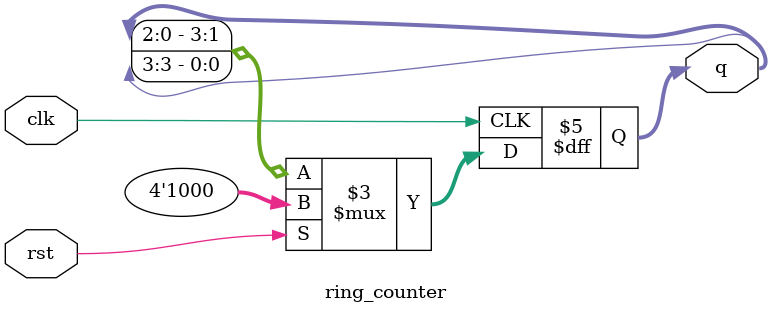
<source format=v>

module ring_counter(input clk, rst,
                    output reg [3:0] q
                    );

                    always@(posedge clk) begin
                        if(rst) q <= 4'b1000;                           //Initial '1' shifted into MSB
                        else q <= {q[2:0], q[3]};                       // Circular LEft shift
                    end

endmodule
</source>
